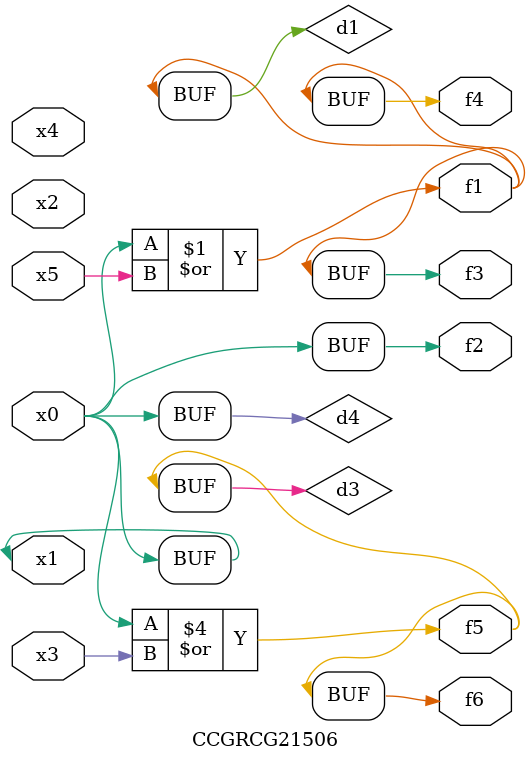
<source format=v>
module CCGRCG21506(
	input x0, x1, x2, x3, x4, x5,
	output f1, f2, f3, f4, f5, f6
);

	wire d1, d2, d3, d4;

	or (d1, x0, x5);
	xnor (d2, x1, x4);
	or (d3, x0, x3);
	buf (d4, x0, x1);
	assign f1 = d1;
	assign f2 = d4;
	assign f3 = d1;
	assign f4 = d1;
	assign f5 = d3;
	assign f6 = d3;
endmodule

</source>
